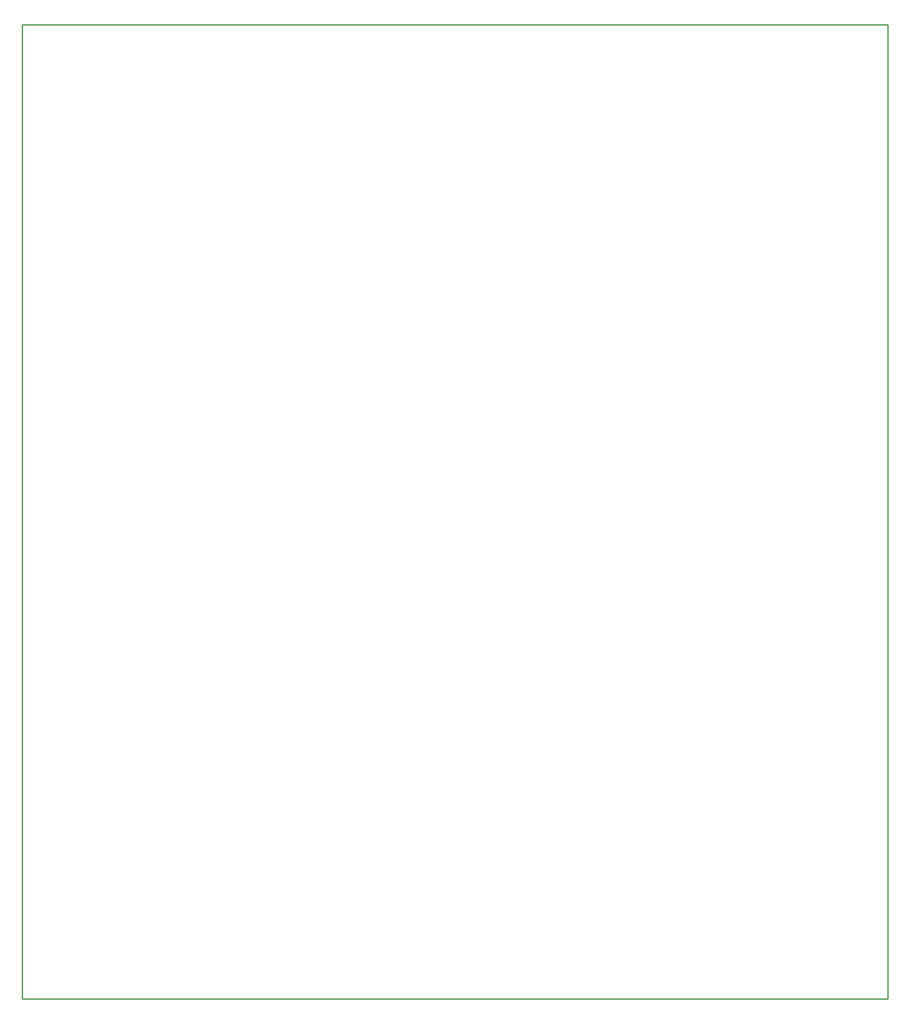
<source format=gko>
%FSLAX43Y43*%
%MOMM*%
G71*
G01*
G75*
G04 Layer_Color=16711935*
%ADD10C,1.500*%
%ADD11C,1.000*%
%ADD12C,0.500*%
%ADD13C,0.800*%
%ADD14C,0.300*%
%ADD15P,3.299X8X202.5*%
%ADD16C,3.048*%
%ADD17R,1.600X1.600*%
%ADD18C,1.600*%
%ADD19R,1.600X1.600*%
%ADD20P,5.412X8X202.5*%
G04:AMPARAMS|DCode=21|XSize=2.032mm|YSize=2.54mm|CornerRadius=0mm|HoleSize=0mm|Usage=FLASHONLY|Rotation=180.000|XOffset=0mm|YOffset=0mm|HoleType=Round|Shape=Octagon|*
%AMOCTAGOND21*
4,1,8,0.508,-1.270,-0.508,-1.270,-1.016,-0.762,-1.016,0.762,-0.508,1.270,0.508,1.270,1.016,0.762,1.016,-0.762,0.508,-1.270,0.0*
%
%ADD21OCTAGOND21*%

%ADD22C,1.524*%
%ADD23P,1.650X8X202.5*%
%ADD24R,2.000X2.000*%
%ADD25C,2.000*%
%ADD26C,1.219*%
%ADD27O,2.000X1.000*%
%ADD28O,2.000X1.000*%
%ADD29R,1.350X1.350*%
%ADD30C,1.350*%
%ADD31R,2.000X2.000*%
%ADD32R,1.350X1.350*%
%ADD33C,1.400*%
%ADD34P,4.330X8X22.5*%
%ADD35P,1.650X8X112.5*%
%ADD36C,1.270*%
%ADD37C,0.800*%
%ADD38C,1.000*%
%ADD39C,0.700*%
%ADD40C,1.500*%
%ADD41C,0.200*%
%ADD42C,0.250*%
%ADD43C,0.600*%
%ADD44C,0.254*%
%ADD45C,0.305*%
%ADD46C,0.127*%
%ADD47C,0.150*%
%ADD48C,0.120*%
%ADD49C,0.100*%
%ADD50C,0.203*%
%ADD51R,0.800X2.800*%
%ADD52R,2.800X0.800*%
%ADD53R,0.800X2.800*%
%ADD54P,3.519X8X202.5*%
%ADD55C,3.251*%
%ADD56R,1.803X1.803*%
%ADD57C,1.803*%
%ADD58R,1.803X1.803*%
%ADD59P,5.632X8X202.5*%
G04:AMPARAMS|DCode=60|XSize=2.235mm|YSize=2.743mm|CornerRadius=0mm|HoleSize=0mm|Usage=FLASHONLY|Rotation=180.000|XOffset=0mm|YOffset=0mm|HoleType=Round|Shape=Octagon|*
%AMOCTAGOND60*
4,1,8,0.559,-1.372,-0.559,-1.372,-1.118,-0.813,-1.118,0.813,-0.559,1.372,0.559,1.372,1.118,0.813,1.118,-0.813,0.559,-1.372,0.0*
%
%ADD60OCTAGOND60*%

%ADD61C,1.727*%
%ADD62P,1.870X8X202.5*%
%ADD63R,2.203X2.203*%
%ADD64C,2.203*%
%ADD65C,1.422*%
%ADD66O,2.203X1.203*%
%ADD67O,2.203X1.203*%
%ADD68R,1.553X1.553*%
%ADD69C,1.553*%
%ADD70R,2.203X2.203*%
%ADD71R,1.553X1.553*%
%ADD72C,1.603*%
%ADD73P,4.550X8X22.5*%
%ADD74P,1.870X8X112.5*%
%ADD75C,1.473*%
%ADD76C,1.003*%
%ADD77C,1.203*%
%ADD78C,0.903*%
%ADD79C,1.703*%
D44*
X157226Y256794D02*
X335407D01*
Y56388D02*
Y256794D01*
X157226Y84328D02*
Y256794D01*
Y56388D02*
X335407D01*
X157226D02*
Y89281D01*
M02*

</source>
